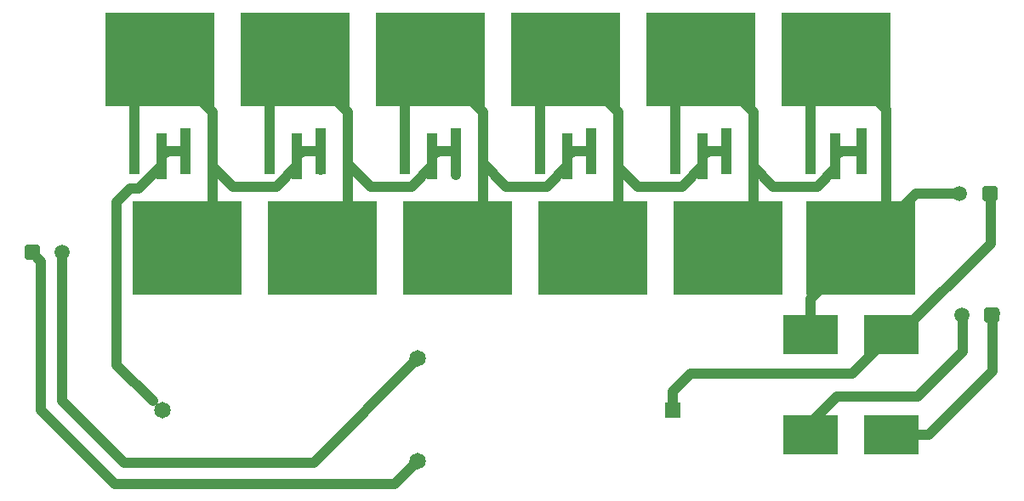
<source format=gbr>
%TF.GenerationSoftware,KiCad,Pcbnew,(6.0.7-1)-1*%
%TF.CreationDate,2022-12-17T15:07:59-05:00*%
%TF.ProjectId,ResistorNetwork,52657369-7374-46f7-924e-6574776f726b,rev?*%
%TF.SameCoordinates,Original*%
%TF.FileFunction,Copper,L1,Top*%
%TF.FilePolarity,Positive*%
%FSLAX46Y46*%
G04 Gerber Fmt 4.6, Leading zero omitted, Abs format (unit mm)*
G04 Created by KiCad (PCBNEW (6.0.7-1)-1) date 2022-12-17 15:07:59*
%MOMM*%
%LPD*%
G01*
G04 APERTURE LIST*
G04 Aperture macros list*
%AMRoundRect*
0 Rectangle with rounded corners*
0 $1 Rounding radius*
0 $2 $3 $4 $5 $6 $7 $8 $9 X,Y pos of 4 corners*
0 Add a 4 corners polygon primitive as box body*
4,1,4,$2,$3,$4,$5,$6,$7,$8,$9,$2,$3,0*
0 Add four circle primitives for the rounded corners*
1,1,$1+$1,$2,$3*
1,1,$1+$1,$4,$5*
1,1,$1+$1,$6,$7*
1,1,$1+$1,$8,$9*
0 Add four rect primitives between the rounded corners*
20,1,$1+$1,$2,$3,$4,$5,0*
20,1,$1+$1,$4,$5,$6,$7,0*
20,1,$1+$1,$6,$7,$8,$9,0*
20,1,$1+$1,$8,$9,$2,$3,0*%
G04 Aperture macros list end*
%TA.AperFunction,SMDPad,CuDef*%
%ADD10R,1.100000X4.600000*%
%TD*%
%TA.AperFunction,SMDPad,CuDef*%
%ADD11R,10.800000X9.400000*%
%TD*%
%TA.AperFunction,ComponentPad*%
%ADD12RoundRect,0.250001X-0.499999X0.499999X-0.499999X-0.499999X0.499999X-0.499999X0.499999X0.499999X0*%
%TD*%
%TA.AperFunction,ComponentPad*%
%ADD13C,1.500000*%
%TD*%
%TA.AperFunction,SMDPad,CuDef*%
%ADD14R,5.500000X3.900000*%
%TD*%
%TA.AperFunction,ComponentPad*%
%ADD15RoundRect,0.250001X0.499999X-0.499999X0.499999X0.499999X-0.499999X0.499999X-0.499999X-0.499999X0*%
%TD*%
%TA.AperFunction,ComponentPad*%
%ADD16R,1.650000X1.650000*%
%TD*%
%TA.AperFunction,ComponentPad*%
%ADD17C,1.650000*%
%TD*%
%TA.AperFunction,Conductor*%
%ADD18C,1.000000*%
%TD*%
%TA.AperFunction,Conductor*%
%ADD19C,2.000000*%
%TD*%
G04 APERTURE END LIST*
D10*
%TO.P,R11,1*%
%TO.N,/HV-*%
X118645000Y-43470000D03*
D11*
X116105000Y-52620000D03*
D10*
%TO.P,R11,2*%
%TO.N,Net-(R10-Pad1)*%
X113565000Y-43470000D03*
%TD*%
%TO.P,R9,1*%
%TO.N,Net-(R10-Pad1)*%
X105432000Y-43470000D03*
D11*
X102892000Y-52620000D03*
D10*
%TO.P,R9,2*%
%TO.N,Net-(R10-Pad2)*%
X100352000Y-43470000D03*
%TD*%
D12*
%TO.P,J1,1,Pin_1*%
%TO.N,/HV+*%
X128925000Y-47120000D03*
D13*
%TO.P,J1,2,Pin_2*%
%TO.N,/HV-*%
X125925000Y-47120000D03*
%TD*%
D10*
%TO.P,R10,1*%
%TO.N,Net-(R10-Pad1)*%
X97593000Y-42895000D03*
D11*
X100133000Y-33745000D03*
D10*
%TO.P,R10,2*%
%TO.N,Net-(R10-Pad2)*%
X102673000Y-42895000D03*
%TD*%
%TO.P,R6,1*%
%TO.N,Net-(R5-Pad1)*%
X70669000Y-42895000D03*
D11*
X73209000Y-33745000D03*
D10*
%TO.P,R6,2*%
%TO.N,Net-(R3-Pad1)*%
X75749000Y-42895000D03*
%TD*%
D11*
%TO.P,R5,1*%
%TO.N,Net-(R5-Pad1)*%
X75968000Y-52620000D03*
D10*
X78508000Y-43470000D03*
%TO.P,R5,2*%
%TO.N,Net-(R3-Pad1)*%
X73428000Y-43470000D03*
%TD*%
D12*
%TO.P,J2,1,Pin_1*%
%TO.N,/HV+_TSMP*%
X129165000Y-59250000D03*
D13*
%TO.P,J2,2,Pin_2*%
%TO.N,/HV-_TSMP*%
X126165000Y-59250000D03*
%TD*%
D14*
%TO.P,R14,1*%
%TO.N,/HV-*%
X111105000Y-61245000D03*
%TO.P,R14,2*%
%TO.N,/HV-_TSMP*%
X111105000Y-71245000D03*
%TD*%
D11*
%TO.P,R1,1*%
%TO.N,Net-(R1-Pad1)*%
X49044000Y-52620000D03*
D10*
X51584000Y-43470000D03*
%TO.P,R1,2*%
%TO.N,Net-(R1-Pad2)*%
X46504000Y-43470000D03*
%TD*%
D11*
%TO.P,R7,1*%
%TO.N,Net-(R10-Pad2)*%
X89430000Y-52620000D03*
D10*
X91970000Y-43470000D03*
%TO.P,R7,2*%
%TO.N,Net-(R5-Pad1)*%
X86890000Y-43470000D03*
%TD*%
%TO.P,R12,1*%
%TO.N,/HV-*%
X111055000Y-42895000D03*
D11*
X113595000Y-33745000D03*
D10*
%TO.P,R12,2*%
%TO.N,Net-(R10-Pad1)*%
X116135000Y-42895000D03*
%TD*%
%TO.P,R2,1*%
%TO.N,Net-(R1-Pad1)*%
X43745000Y-42895000D03*
D11*
X46285000Y-33745000D03*
D10*
%TO.P,R2,2*%
%TO.N,Net-(R1-Pad2)*%
X48825000Y-42895000D03*
%TD*%
D15*
%TO.P,J3,1,Pin_1*%
%TO.N,/~{Discharge}*%
X33585000Y-53000000D03*
D13*
%TO.P,J3,2,Pin_2*%
%TO.N,GND*%
X36585000Y-53000000D03*
%TD*%
D10*
%TO.P,R4,1*%
%TO.N,Net-(R3-Pad1)*%
X57207000Y-42895000D03*
D11*
X59747000Y-33745000D03*
D10*
%TO.P,R4,2*%
%TO.N,Net-(R1-Pad1)*%
X62287000Y-42895000D03*
%TD*%
D11*
%TO.P,R3,1*%
%TO.N,Net-(R3-Pad1)*%
X62506000Y-52620000D03*
D10*
X65046000Y-43470000D03*
%TO.P,R3,2*%
%TO.N,Net-(R1-Pad1)*%
X59966000Y-43470000D03*
%TD*%
D16*
%TO.P,K1,1*%
%TO.N,/HV+*%
X97400000Y-68725000D03*
D17*
%TO.P,K1,2*%
%TO.N,Net-(R1-Pad2)*%
X46600000Y-68725000D03*
%TO.P,K1,3,-*%
%TO.N,GND*%
X72000000Y-63625000D03*
%TO.P,K1,4,+*%
%TO.N,/~{Discharge}*%
X72000000Y-73825000D03*
%TD*%
D11*
%TO.P,R8,1*%
%TO.N,Net-(R10-Pad2)*%
X86671000Y-33745000D03*
D10*
X84131000Y-42895000D03*
%TO.P,R8,2*%
%TO.N,Net-(R5-Pad1)*%
X89211000Y-42895000D03*
%TD*%
D14*
%TO.P,R13,1*%
%TO.N,/HV+*%
X119105000Y-61245000D03*
%TO.P,R13,2*%
%TO.N,/HV+_TSMP*%
X119105000Y-71245000D03*
%TD*%
D18*
%TO.N,Net-(R1-Pad1)*%
X53605000Y-46445000D02*
X51584000Y-44424000D01*
X46285000Y-33745000D02*
X43745000Y-36285000D01*
X51584000Y-39044000D02*
X46285000Y-33745000D01*
X51584000Y-44424000D02*
X51584000Y-43470000D01*
X60541000Y-42895000D02*
X59966000Y-43470000D01*
X51584000Y-43470000D02*
X51584000Y-39044000D01*
X62287000Y-42895000D02*
X60541000Y-42895000D01*
X59966000Y-44386000D02*
X57907000Y-46445000D01*
X57907000Y-46445000D02*
X53605000Y-46445000D01*
X51584000Y-43470000D02*
X51584000Y-50080000D01*
X43745000Y-36285000D02*
X43745000Y-42895000D01*
X51584000Y-50080000D02*
X49044000Y-52620000D01*
X62287000Y-42895000D02*
X62287000Y-44763000D01*
X59966000Y-43470000D02*
X59966000Y-44386000D01*
%TO.N,/HV+*%
X129010000Y-47205000D02*
X129010000Y-52120000D01*
X119105000Y-61245000D02*
X115230000Y-65120000D01*
X115230000Y-65120000D02*
X99135000Y-65120000D01*
X129010000Y-52120000D02*
X119885000Y-61245000D01*
X99135000Y-65120000D02*
X97400000Y-66855000D01*
X128925000Y-47120000D02*
X129010000Y-47205000D01*
X97400000Y-66855000D02*
X97400000Y-68725000D01*
X119885000Y-61245000D02*
X119105000Y-61245000D01*
%TO.N,Net-(R3-Pad1)*%
X65046000Y-39044000D02*
X59747000Y-33745000D01*
X67305000Y-46445000D02*
X65046000Y-44186000D01*
X65046000Y-43470000D02*
X65046000Y-50080000D01*
X59747000Y-33745000D02*
X57207000Y-36285000D01*
X75749000Y-42895000D02*
X74003000Y-42895000D01*
X65046000Y-43470000D02*
X65046000Y-39044000D01*
X57207000Y-36285000D02*
X57207000Y-42895000D01*
X73428000Y-43470000D02*
X73428000Y-44386000D01*
X71369000Y-46445000D02*
X67305000Y-46445000D01*
X75749000Y-42895000D02*
X75749000Y-45271000D01*
X73428000Y-44386000D02*
X71369000Y-46445000D01*
X74003000Y-42895000D02*
X73428000Y-43470000D01*
X65046000Y-44186000D02*
X65046000Y-43470000D01*
X65046000Y-50080000D02*
X62506000Y-52620000D01*
%TO.N,Net-(R5-Pad1)*%
X78508000Y-39044000D02*
X73209000Y-33745000D01*
X89211000Y-42895000D02*
X87465000Y-42895000D01*
X78508000Y-43470000D02*
X78508000Y-39044000D01*
X87465000Y-42895000D02*
X86890000Y-43470000D01*
X89211000Y-42895000D02*
X89211000Y-44509000D01*
X78508000Y-50080000D02*
X75968000Y-52620000D01*
X84831000Y-46445000D02*
X80805000Y-46445000D01*
X86890000Y-43470000D02*
X86890000Y-44386000D01*
X78508000Y-44148000D02*
X78508000Y-43470000D01*
X70669000Y-36285000D02*
X70669000Y-42895000D01*
X73209000Y-33745000D02*
X70669000Y-36285000D01*
X78508000Y-43470000D02*
X78508000Y-50080000D01*
X80805000Y-46445000D02*
X78508000Y-44148000D01*
X86890000Y-44386000D02*
X84831000Y-46445000D01*
%TO.N,/HV-*%
X121605000Y-47120000D02*
X116105000Y-52620000D01*
X111105000Y-57620000D02*
X111105000Y-61245000D01*
X113595000Y-33745000D02*
X111055000Y-36285000D01*
X116105000Y-52620000D02*
X111105000Y-57620000D01*
X125925000Y-47120000D02*
X121605000Y-47120000D01*
X118645000Y-50080000D02*
X116105000Y-52620000D01*
X111055000Y-36285000D02*
X111055000Y-42895000D01*
X118645000Y-38795000D02*
X113595000Y-33745000D01*
X118645000Y-43470000D02*
X118645000Y-50080000D01*
X118645000Y-43470000D02*
X118645000Y-38795000D01*
D19*
%TO.N,Net-(R10-Pad2)*%
X86671000Y-33745000D02*
X84620000Y-35796000D01*
D18*
X100352000Y-44386000D02*
X98293000Y-46445000D01*
X91970000Y-44510000D02*
X91970000Y-43470000D01*
X100927000Y-42895000D02*
X100352000Y-43470000D01*
D19*
X86671000Y-33745000D02*
X86671000Y-36889000D01*
D18*
X91970000Y-39044000D02*
X86671000Y-33745000D01*
X98293000Y-46445000D02*
X93905000Y-46445000D01*
X91970000Y-50080000D02*
X89430000Y-52620000D01*
X91970000Y-43470000D02*
X91970000Y-39044000D01*
X91970000Y-43470000D02*
X91970000Y-50080000D01*
X93905000Y-46445000D02*
X91970000Y-44510000D01*
X86671000Y-33745000D02*
X84131000Y-36285000D01*
X84131000Y-36285000D02*
X84131000Y-42895000D01*
X100352000Y-43470000D02*
X100352000Y-44386000D01*
X102673000Y-42895000D02*
X100927000Y-42895000D01*
%TO.N,Net-(R10-Pad1)*%
X105432000Y-39044000D02*
X100133000Y-33745000D01*
X100133000Y-33745000D02*
X97593000Y-36285000D01*
X114140000Y-42895000D02*
X113565000Y-43470000D01*
X107405000Y-46445000D02*
X105432000Y-44472000D01*
X116135000Y-42895000D02*
X114140000Y-42895000D01*
X111755000Y-46445000D02*
X107405000Y-46445000D01*
X105432000Y-50080000D02*
X102892000Y-52620000D01*
X113565000Y-44635000D02*
X111755000Y-46445000D01*
X113565000Y-43470000D02*
X113565000Y-44635000D01*
X105432000Y-44472000D02*
X105432000Y-43470000D01*
X105432000Y-43470000D02*
X105432000Y-39044000D01*
X105432000Y-43470000D02*
X105432000Y-50080000D01*
X97593000Y-36285000D02*
X97593000Y-42895000D01*
%TO.N,/HV+_TSMP*%
X119105000Y-72245000D02*
X119105000Y-72025000D01*
X129250000Y-59295000D02*
X129425000Y-59120000D01*
X129250000Y-64880000D02*
X129250000Y-59295000D01*
X122885000Y-71245000D02*
X129250000Y-64880000D01*
X119105000Y-71245000D02*
X122885000Y-71245000D01*
%TO.N,/HV-_TSMP*%
X126250000Y-62880000D02*
X126250000Y-59295000D01*
X121760000Y-67370000D02*
X126250000Y-62880000D01*
X111105000Y-70025000D02*
X113760000Y-67370000D01*
X113760000Y-67370000D02*
X121760000Y-67370000D01*
X111105000Y-71245000D02*
X111105000Y-70025000D01*
%TO.N,/~{Discharge}*%
X69705000Y-76120000D02*
X72000000Y-73825000D01*
X34500000Y-68750000D02*
X41870000Y-76120000D01*
X33585000Y-53000000D02*
X34500000Y-53915000D01*
X34500000Y-53915000D02*
X34500000Y-68750000D01*
X41870000Y-76120000D02*
X69705000Y-76120000D01*
%TO.N,GND*%
X36585000Y-53000000D02*
X36585000Y-67835000D01*
X61625000Y-74000000D02*
X72000000Y-63625000D01*
X36585000Y-67835000D02*
X42750000Y-74000000D01*
X42750000Y-74000000D02*
X61625000Y-74000000D01*
%TO.N,Net-(R1-Pad2)*%
X47079000Y-42895000D02*
X46504000Y-43470000D01*
X43355000Y-46645000D02*
X42000000Y-48000000D01*
X46504000Y-44386000D02*
X44245000Y-46645000D01*
X44245000Y-46645000D02*
X43355000Y-46645000D01*
X48825000Y-42895000D02*
X47079000Y-42895000D01*
X46504000Y-43470000D02*
X46504000Y-44386000D01*
X42000000Y-64235000D02*
X45610000Y-67845000D01*
X42000000Y-48000000D02*
X42000000Y-64235000D01*
X48825000Y-42895000D02*
X48825000Y-44255000D01*
%TD*%
M02*

</source>
